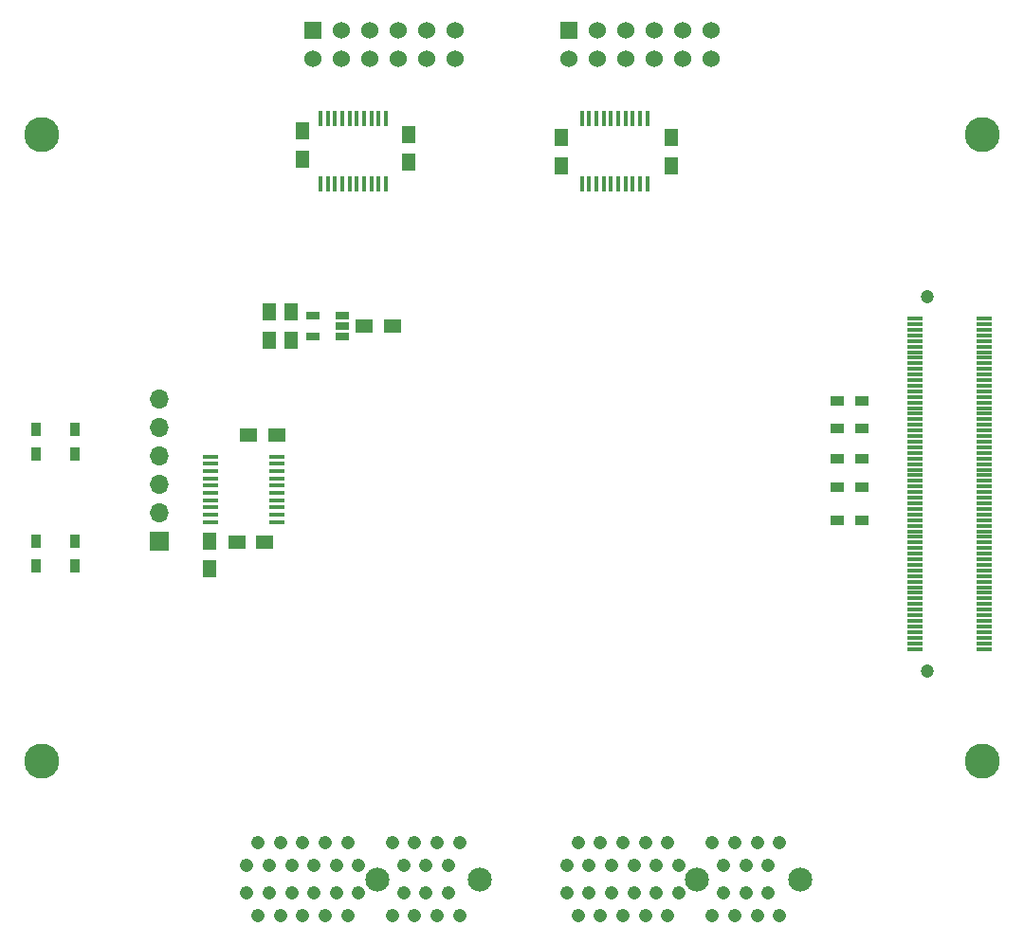
<source format=gbr>
G04 #@! TF.FileFunction,Soldermask,Top*
%FSLAX46Y46*%
G04 Gerber Fmt 4.6, Leading zero omitted, Abs format (unit mm)*
G04 Created by KiCad (PCBNEW 4.0.7) date Sat Jan 20 00:24:16 2018*
%MOMM*%
%LPD*%
G01*
G04 APERTURE LIST*
%ADD10C,0.100000*%
%ADD11C,3.124000*%
%ADD12R,1.200000X0.900000*%
%ADD13R,1.700000X1.700000*%
%ADD14O,1.700000X1.700000*%
%ADD15C,1.194000*%
%ADD16R,1.448000X0.305000*%
%ADD17R,1.250000X1.500000*%
%ADD18R,1.500000X1.250000*%
%ADD19R,0.900000X1.200000*%
%ADD20R,1.524000X1.524000*%
%ADD21C,1.524000*%
%ADD22R,1.220000X0.650000*%
%ADD23R,0.450000X1.450000*%
%ADD24R,1.450000X0.450000*%
%ADD25C,1.208000*%
%ADD26C,2.150000*%
G04 APERTURE END LIST*
D10*
D11*
X87480000Y-68480000D03*
X3520000Y-12520000D03*
D12*
X76700000Y-44000000D03*
X74500000Y-44000000D03*
D13*
X14000000Y-48850000D03*
D14*
X14000000Y-46310000D03*
X14000000Y-43770000D03*
X14000000Y-41230000D03*
X14000000Y-38690000D03*
X14000000Y-36150000D03*
D15*
X82548000Y-60456950D03*
X82548000Y-26975950D03*
D16*
X81494000Y-58468950D03*
X87666000Y-58468950D03*
X81494000Y-57968950D03*
X87666000Y-57968950D03*
X81494000Y-57468950D03*
X87666000Y-57468950D03*
X81494000Y-56968950D03*
X87666000Y-56968950D03*
X81494000Y-56468950D03*
X87666000Y-56468950D03*
X81494000Y-55968950D03*
X87666000Y-55968950D03*
X81494000Y-55468950D03*
X87666000Y-55468950D03*
X81494000Y-54968950D03*
X87666000Y-54968950D03*
X81494000Y-54468950D03*
X87666000Y-54468950D03*
X81494000Y-53968950D03*
X87666000Y-53968950D03*
X81494000Y-53468950D03*
X87666000Y-53468950D03*
X81494000Y-52968950D03*
X87666000Y-52968950D03*
X81494000Y-52468950D03*
X87666000Y-52468950D03*
X81494000Y-51968950D03*
X87666000Y-51968950D03*
X81494000Y-51468950D03*
X87666000Y-51468950D03*
X81494000Y-50968950D03*
X87666000Y-50968950D03*
X81494000Y-50468950D03*
X87666000Y-50468950D03*
X81494000Y-49968950D03*
X87666000Y-49968950D03*
X81494000Y-49468950D03*
X87666000Y-49468950D03*
X81494000Y-48968950D03*
X87666000Y-48968950D03*
X81494000Y-48468950D03*
X87666000Y-48468950D03*
X81494000Y-47968950D03*
X87666000Y-47968950D03*
X81494000Y-47468950D03*
X87666000Y-47468950D03*
X81494000Y-46968950D03*
X87666000Y-46968950D03*
X81494000Y-46468950D03*
X87666000Y-46468950D03*
X81494000Y-45968950D03*
X87666000Y-45968950D03*
X81494000Y-45468950D03*
X87666000Y-45468950D03*
X81494000Y-44968950D03*
X87666000Y-44968950D03*
X81494000Y-44468950D03*
X87666000Y-44468950D03*
X81494000Y-43968950D03*
X87666000Y-43968950D03*
X81494000Y-43468950D03*
X87666000Y-43468950D03*
X81494000Y-42968950D03*
X87666000Y-42968950D03*
X81494000Y-42468950D03*
X87666000Y-42468950D03*
X81494000Y-41968950D03*
X87666000Y-41968950D03*
X81494000Y-41468950D03*
X87666000Y-41468950D03*
X81494000Y-40968950D03*
X87666000Y-40968950D03*
X81494000Y-40468950D03*
X87666000Y-40468950D03*
X81494000Y-39968950D03*
X87666000Y-39968950D03*
X81494000Y-39468950D03*
X87666000Y-39468950D03*
X81494000Y-38968950D03*
X87666000Y-38968950D03*
X81494000Y-38468950D03*
X87666000Y-38468950D03*
X81494000Y-37968950D03*
X87666000Y-37968950D03*
X81494000Y-37468950D03*
X87666000Y-37468950D03*
X81494000Y-36968950D03*
X87666000Y-36968950D03*
X81494000Y-36468950D03*
X87666000Y-36468950D03*
X81494000Y-35968950D03*
X87666000Y-35968950D03*
X81494000Y-35468950D03*
X87666000Y-35468950D03*
X81494000Y-34968950D03*
X87666000Y-34968950D03*
X81494000Y-34468950D03*
X87666000Y-34468950D03*
X81494000Y-33968950D03*
X87666000Y-33968950D03*
X81494000Y-33468950D03*
X87666000Y-33468950D03*
X81494000Y-32968950D03*
X87666000Y-32968950D03*
X81494000Y-32468950D03*
X87666000Y-32468950D03*
X81494000Y-31968950D03*
X87666000Y-31968950D03*
X81494000Y-31468950D03*
X87666000Y-31468950D03*
X81494000Y-30968950D03*
X87666000Y-30968950D03*
X81494000Y-30468950D03*
X87666000Y-30468950D03*
X81494000Y-29968950D03*
X87666000Y-29968950D03*
X81494000Y-29468950D03*
X87666000Y-29468950D03*
X81494000Y-28968950D03*
X87666000Y-28968950D03*
D17*
X23790000Y-30880000D03*
X23790000Y-28380000D03*
X25780000Y-30880000D03*
X25780000Y-28380000D03*
X59690000Y-15330000D03*
X59690000Y-12830000D03*
D18*
X34800000Y-29650000D03*
X32300000Y-29650000D03*
D17*
X36290000Y-15030000D03*
X36290000Y-12530000D03*
D19*
X3000000Y-41100000D03*
X3000000Y-38900000D03*
X3000000Y-51100000D03*
X3000000Y-48900000D03*
D20*
X50580000Y-3230000D03*
D21*
X50580000Y-5770000D03*
X53120000Y-3230000D03*
X53120000Y-5770000D03*
X55660000Y-3230000D03*
X55660000Y-5770000D03*
X58200000Y-3230000D03*
X58200000Y-5770000D03*
X60740000Y-3230000D03*
X60740000Y-5770000D03*
X63280000Y-3230000D03*
X63280000Y-5770000D03*
D20*
X27720000Y-3230000D03*
D21*
X27720000Y-5770000D03*
X30260000Y-3230000D03*
X30260000Y-5770000D03*
X32800000Y-3230000D03*
X32800000Y-5770000D03*
X35340000Y-3230000D03*
X35340000Y-5770000D03*
X37880000Y-3230000D03*
X37880000Y-5770000D03*
X40420000Y-3230000D03*
X40420000Y-5770000D03*
D22*
X30360000Y-30600000D03*
X30360000Y-29650000D03*
X30360000Y-28700000D03*
X27740000Y-28700000D03*
X27740000Y-30600000D03*
D23*
X51740000Y-16980000D03*
X52390000Y-16980000D03*
X53040000Y-16980000D03*
X53690000Y-16980000D03*
X54340000Y-16980000D03*
X54990000Y-16980000D03*
X55640000Y-16980000D03*
X56290000Y-16980000D03*
X56940000Y-16980000D03*
X57590000Y-16980000D03*
X57590000Y-11080000D03*
X56940000Y-11080000D03*
X56290000Y-11080000D03*
X55640000Y-11080000D03*
X54990000Y-11080000D03*
X54340000Y-11080000D03*
X53690000Y-11080000D03*
X53040000Y-11080000D03*
X52390000Y-11080000D03*
X51740000Y-11080000D03*
X28390000Y-16980000D03*
X29040000Y-16980000D03*
X29690000Y-16980000D03*
X30340000Y-16980000D03*
X30990000Y-16980000D03*
X31640000Y-16980000D03*
X32290000Y-16980000D03*
X32940000Y-16980000D03*
X33590000Y-16980000D03*
X34240000Y-16980000D03*
X34240000Y-11080000D03*
X33590000Y-11080000D03*
X32940000Y-11080000D03*
X32290000Y-11080000D03*
X31640000Y-11080000D03*
X30990000Y-11080000D03*
X30340000Y-11080000D03*
X29690000Y-11080000D03*
X29040000Y-11080000D03*
X28390000Y-11080000D03*
D24*
X24500000Y-47150000D03*
X24500000Y-46500000D03*
X24500000Y-45850000D03*
X24500000Y-45200000D03*
X24500000Y-44550000D03*
X24500000Y-43900000D03*
X24500000Y-43250000D03*
X24500000Y-42600000D03*
X24500000Y-41950000D03*
X24500000Y-41300000D03*
X18600000Y-41300000D03*
X18600000Y-41950000D03*
X18600000Y-42600000D03*
X18600000Y-43250000D03*
X18600000Y-43900000D03*
X18600000Y-44550000D03*
X18600000Y-45200000D03*
X18600000Y-45850000D03*
X18600000Y-46500000D03*
X18600000Y-47150000D03*
D17*
X18490000Y-51330000D03*
X18490000Y-48830000D03*
D18*
X20940000Y-48980000D03*
X23440000Y-48980000D03*
X21990000Y-39380000D03*
X24490000Y-39380000D03*
D17*
X49890000Y-12830000D03*
X49890000Y-15330000D03*
X26790000Y-12230000D03*
X26790000Y-14730000D03*
D12*
X76700000Y-47000000D03*
X74500000Y-47000000D03*
X76700000Y-38800000D03*
X74500000Y-38800000D03*
X76700000Y-36300000D03*
X74500000Y-36300000D03*
X76700000Y-41500000D03*
X74500000Y-41500000D03*
D19*
X6500000Y-41100000D03*
X6500000Y-38900000D03*
X6500000Y-51100000D03*
X6500000Y-48900000D03*
D25*
X60400000Y-77810000D03*
X58400000Y-77810000D03*
X56400000Y-77810000D03*
X54400000Y-77810000D03*
X52400000Y-77810000D03*
X50400000Y-77810000D03*
X51400000Y-75810000D03*
X53400000Y-75810000D03*
X55400000Y-75810000D03*
X57400000Y-75810000D03*
X59400000Y-75810000D03*
X50400000Y-80310000D03*
X52400000Y-80310000D03*
X54400000Y-80310000D03*
X56400000Y-80310000D03*
X58400000Y-80310000D03*
X60400000Y-80310000D03*
X59400000Y-82310000D03*
X57400000Y-82310000D03*
X55400000Y-82310000D03*
X53400000Y-82310000D03*
X51400000Y-82310000D03*
X69400000Y-75810000D03*
X67400000Y-75810000D03*
X65400000Y-75810000D03*
X63400000Y-75810000D03*
X64400000Y-77810000D03*
X66400000Y-77810000D03*
X68400000Y-77810000D03*
X63400000Y-82310000D03*
X65400000Y-82310000D03*
X67400000Y-82310000D03*
X69400000Y-82310000D03*
X68400000Y-80310000D03*
X66400000Y-80310000D03*
X64400000Y-80310000D03*
D26*
X62050000Y-79060000D03*
X71200000Y-79060000D03*
D25*
X31820000Y-77810000D03*
X29820000Y-77810000D03*
X27820000Y-77810000D03*
X25820000Y-77810000D03*
X23820000Y-77810000D03*
X21820000Y-77810000D03*
X22820000Y-75810000D03*
X24820000Y-75810000D03*
X26820000Y-75810000D03*
X28820000Y-75810000D03*
X30820000Y-75810000D03*
X21820000Y-80310000D03*
X23820000Y-80310000D03*
X25820000Y-80310000D03*
X27820000Y-80310000D03*
X29820000Y-80310000D03*
X31820000Y-80310000D03*
X30820000Y-82310000D03*
X28820000Y-82310000D03*
X26820000Y-82310000D03*
X24820000Y-82310000D03*
X22820000Y-82310000D03*
X40820000Y-75810000D03*
X38820000Y-75810000D03*
X36820000Y-75810000D03*
X34820000Y-75810000D03*
X35820000Y-77810000D03*
X37820000Y-77810000D03*
X39820000Y-77810000D03*
X34820000Y-82310000D03*
X36820000Y-82310000D03*
X38820000Y-82310000D03*
X40820000Y-82310000D03*
X39820000Y-80310000D03*
X37820000Y-80310000D03*
X35820000Y-80310000D03*
D26*
X33470000Y-79060000D03*
X42620000Y-79060000D03*
D11*
X3520000Y-68480000D03*
X87480000Y-12520000D03*
M02*

</source>
